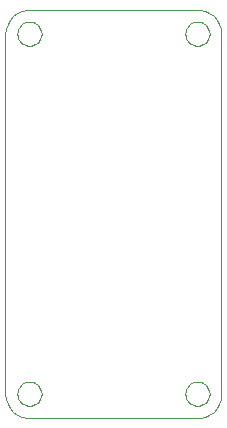
<source format=gbr>
G04 #@! TF.GenerationSoftware,KiCad,Pcbnew,(6.0.8)*
G04 #@! TF.CreationDate,2022-10-25T11:31:58-07:00*
G04 #@! TF.ProjectId,SAMD10_demo_in_progress,53414d44-3130-45f6-9465-6d6f5f696e5f,rev?*
G04 #@! TF.SameCoordinates,Original*
G04 #@! TF.FileFunction,Profile,NP*
%FSLAX46Y46*%
G04 Gerber Fmt 4.6, Leading zero omitted, Abs format (unit mm)*
G04 Created by KiCad (PCBNEW (6.0.8)) date 2022-10-25 11:31:58*
%MOMM*%
%LPD*%
G01*
G04 APERTURE LIST*
G04 #@! TA.AperFunction,Profile*
%ADD10C,0.008000*%
G04 #@! TD*
G04 APERTURE END LIST*
D10*
X69533242Y-92867656D02*
X69599200Y-92664659D01*
X84862721Y-92064508D02*
X85071519Y-92108907D01*
X83929931Y-63200151D02*
X83823190Y-63015341D01*
X85582059Y-63200151D02*
X85439230Y-63358850D01*
X69848770Y-92321150D02*
X70021470Y-92195674D01*
X85754758Y-92867656D02*
X85777070Y-93080000D01*
X83734920Y-93080000D02*
X83757221Y-92867656D01*
X69848770Y-61841150D02*
X70021470Y-61715775D01*
X70319605Y-60579176D02*
X69904082Y-60667466D01*
X85439230Y-93838850D02*
X85266530Y-93964225D01*
X71553080Y-62600000D02*
X71530779Y-62812344D01*
X86612323Y-93906516D02*
X86743580Y-93502453D01*
X70638741Y-92064508D02*
X70847529Y-92108907D01*
X69533242Y-62387758D02*
X69599200Y-62184659D01*
X85266530Y-63484326D02*
X85071519Y-63571093D01*
X70021470Y-63484326D02*
X69848770Y-63358850D01*
X69599200Y-63015341D02*
X69533242Y-62812344D01*
X85266530Y-92195674D02*
X85439230Y-92321150D01*
X71358069Y-92479849D02*
X71464810Y-92664659D01*
X70847529Y-94051093D02*
X70638741Y-94095492D01*
X85383918Y-60667466D02*
X84968395Y-60579176D01*
X85688800Y-63015341D02*
X85582059Y-63200151D01*
X83929931Y-93680151D02*
X83823190Y-93495341D01*
X68888082Y-94274410D02*
X69172328Y-94590081D01*
X70425279Y-94095492D02*
X70216481Y-94051093D01*
X70216481Y-63571093D02*
X70021470Y-63484326D01*
X85439230Y-92321150D02*
X85582059Y-92479849D01*
X69705941Y-63200151D02*
X69599200Y-63015341D01*
X69510930Y-93080000D02*
X69533242Y-92867656D01*
X71042540Y-93964225D02*
X70847529Y-94051093D01*
X85772000Y-60840288D02*
X85383918Y-60667466D01*
X83823190Y-93495341D02*
X83757221Y-93292242D01*
X71464810Y-93495341D02*
X71358069Y-93680151D01*
X69599200Y-62184659D02*
X69705941Y-61999849D01*
X71530779Y-62387758D02*
X71553080Y-62600000D01*
X84072750Y-92321150D02*
X84245460Y-92195674D01*
X71358069Y-61999849D02*
X71464810Y-62184659D01*
X84968395Y-60579176D02*
X70319605Y-60579176D01*
X85688800Y-93495341D02*
X85582059Y-93680151D01*
X85772000Y-94839712D02*
X86115672Y-94590081D01*
X71042540Y-92195674D02*
X71215250Y-92321150D01*
X84072750Y-93838850D02*
X83929931Y-93680151D01*
X85266530Y-93964225D02*
X85071519Y-94051093D01*
X69172328Y-61089919D02*
X68888082Y-61405590D01*
X86399918Y-94274410D02*
X86612323Y-93906516D01*
X85071519Y-92108907D02*
X85266530Y-92195674D01*
X84862721Y-61584508D02*
X85071519Y-61628907D01*
X69904082Y-60667466D02*
X69516000Y-60840288D01*
X83929931Y-61999849D02*
X84072750Y-61841150D01*
X85439230Y-61841150D02*
X85582059Y-61999849D01*
X70425279Y-61584508D02*
X70638741Y-61584508D01*
X69533242Y-93292242D02*
X69510930Y-93080000D01*
X86115672Y-61089919D02*
X85772000Y-60840288D01*
X85754758Y-62387758D02*
X85777070Y-62600000D01*
X85071519Y-63571093D02*
X84862721Y-63615492D01*
X70021470Y-92195674D02*
X70216481Y-92108907D01*
X69705941Y-93680151D02*
X69599200Y-93495341D01*
X83757221Y-62812344D02*
X83734920Y-62600000D01*
X71042540Y-63484326D02*
X70847529Y-63571093D01*
X71464810Y-63015341D02*
X71358069Y-63200151D01*
X84862721Y-94095492D02*
X84649259Y-94095492D01*
X68544420Y-62177547D02*
X68500000Y-62600000D01*
X85071519Y-61628907D02*
X85266530Y-61715775D01*
X84649259Y-94095492D02*
X84440471Y-94051093D01*
X85582059Y-61999849D02*
X85688800Y-62184659D01*
X69705941Y-92479849D02*
X69848770Y-92321150D01*
X69533242Y-62812344D02*
X69510930Y-62600000D01*
X71042540Y-61715775D02*
X71215250Y-61841150D01*
X71215250Y-93838850D02*
X71042540Y-93964225D01*
X83734920Y-62600000D02*
X83757221Y-62387758D01*
X83757221Y-93292242D02*
X83734920Y-93080000D01*
X68675677Y-93906516D02*
X68888082Y-94274410D01*
X85688800Y-62184659D02*
X85754758Y-62387758D01*
X71530779Y-62812344D02*
X71464810Y-63015341D01*
X71464810Y-62184659D02*
X71530779Y-62387758D01*
X83757221Y-62387758D02*
X83823190Y-62184659D01*
X70021470Y-61715775D02*
X70216481Y-61628907D01*
X84245460Y-92195674D02*
X84440471Y-92108907D01*
X84649259Y-61584508D02*
X84862721Y-61584508D01*
X86612323Y-61773484D02*
X86399918Y-61405590D01*
X71553080Y-93080000D02*
X71530779Y-93292242D01*
X69599200Y-93495341D02*
X69533242Y-93292242D01*
X69904082Y-95012534D02*
X70319605Y-95100824D01*
X85777070Y-93080000D02*
X85754758Y-93292242D01*
X68675677Y-61773484D02*
X68544420Y-62177547D01*
X70638741Y-61584508D02*
X70847529Y-61628907D01*
X84245460Y-63484326D02*
X84072750Y-63358850D01*
X69848770Y-93838850D02*
X69705941Y-93680151D01*
X84072750Y-61841150D02*
X84245460Y-61715775D01*
X83823190Y-63015341D02*
X83757221Y-62812344D01*
X71215250Y-92321150D02*
X71358069Y-92479849D01*
X85439230Y-63358850D02*
X85266530Y-63484326D01*
X84649259Y-92064508D02*
X84862721Y-92064508D01*
X84862721Y-63615492D02*
X84649259Y-63615492D01*
X86115672Y-94590081D02*
X86399918Y-94274410D01*
X68500000Y-62600000D02*
X68500000Y-93080000D01*
X68544420Y-93502453D02*
X68675677Y-93906516D01*
X68888082Y-61405590D02*
X68675677Y-61773484D01*
X70847529Y-61628907D02*
X71042540Y-61715775D01*
X71358069Y-93680151D02*
X71215250Y-93838850D01*
X70319605Y-95100824D02*
X84968395Y-95100824D01*
X83823190Y-62184659D02*
X83929931Y-61999849D01*
X86743580Y-62177547D02*
X86612323Y-61773484D01*
X85582059Y-93680151D02*
X85439230Y-93838850D01*
X69516000Y-60840288D02*
X69172328Y-61089919D01*
X85071519Y-94051093D02*
X84862721Y-94095492D01*
X69510930Y-62600000D02*
X69533242Y-62387758D01*
X69516000Y-94839712D02*
X69904082Y-95012534D01*
X84649259Y-63615492D02*
X84440471Y-63571093D01*
X69848770Y-63358850D02*
X69705941Y-63200151D01*
X71358069Y-63200151D02*
X71215250Y-63358850D01*
X70021470Y-93964225D02*
X69848770Y-93838850D01*
X71215250Y-63358850D02*
X71042540Y-63484326D01*
X70425279Y-92064508D02*
X70638741Y-92064508D01*
X71530779Y-92867656D02*
X71553080Y-93080000D01*
X69705941Y-61999849D02*
X69848770Y-61841150D01*
X84245460Y-61715775D02*
X84440471Y-61628907D01*
X85754758Y-62812344D02*
X85688800Y-63015341D01*
X70847529Y-63571093D02*
X70638741Y-63615492D01*
X83757221Y-92867656D02*
X83823190Y-92664659D01*
X69172328Y-94590081D02*
X69516000Y-94839712D01*
X84440471Y-92108907D02*
X84649259Y-92064508D01*
X84245460Y-93964225D02*
X84072750Y-93838850D01*
X70216481Y-92108907D02*
X70425279Y-92064508D01*
X71530779Y-93292242D02*
X71464810Y-93495341D01*
X83823190Y-92664659D02*
X83929931Y-92479849D01*
X86743580Y-93502453D02*
X86788000Y-93080000D01*
X84440471Y-61628907D02*
X84649259Y-61584508D01*
X70638741Y-63615492D02*
X70425279Y-63615492D01*
X85777070Y-62600000D02*
X85754758Y-62812344D01*
X69599200Y-92664659D02*
X69705941Y-92479849D01*
X70216481Y-61628907D02*
X70425279Y-61584508D01*
X70638741Y-94095492D02*
X70425279Y-94095492D01*
X85688800Y-92664659D02*
X85754758Y-92867656D01*
X84968395Y-95100824D02*
X85383918Y-95012534D01*
X70847529Y-92108907D02*
X71042540Y-92195674D01*
X85754758Y-93292242D02*
X85688800Y-93495341D01*
X84440471Y-63571093D02*
X84245460Y-63484326D01*
X71215250Y-61841150D02*
X71358069Y-61999849D01*
X83929931Y-92479849D02*
X84072750Y-92321150D01*
X85266530Y-61715775D02*
X85439230Y-61841150D01*
X70216481Y-94051093D02*
X70021470Y-93964225D01*
X84072750Y-63358850D02*
X83929931Y-63200151D01*
X68500000Y-93080000D02*
X68544420Y-93502453D01*
X71464810Y-92664659D02*
X71530779Y-92867656D01*
X70425279Y-63615492D02*
X70216481Y-63571093D01*
X85582059Y-92479849D02*
X85688800Y-92664659D01*
X84440471Y-94051093D02*
X84245460Y-93964225D01*
X86399918Y-61405590D02*
X86115672Y-61089919D01*
X86788000Y-93080000D02*
X86788000Y-62600000D01*
X85383918Y-95012534D02*
X85772000Y-94839712D01*
X86788000Y-62600000D02*
X86743580Y-62177547D01*
M02*

</source>
